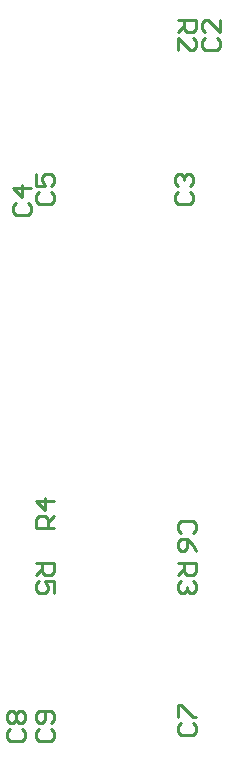
<source format=gbr>
%TF.GenerationSoftware,Altium Limited,Altium Designer,21.5.1 (32)*%
G04 Layer_Color=32896*
%FSLAX45Y45*%
%MOMM*%
%TF.SameCoordinates,51D5493F-A844-4614-94AE-4B196E198A34*%
%TF.FilePolarity,Positive*%
%TF.FileFunction,Other,Top_Designator*%
%TF.Part,Single*%
G01*
G75*
%TA.AperFunction,NonConductor*%
%ADD34C,0.25400*%
D34*
X2749215Y5974608D02*
X2723824Y5949216D01*
Y5898433D01*
X2749215Y5873041D01*
X2850782D01*
X2876174Y5898433D01*
Y5949216D01*
X2850782Y5974608D01*
X2876174Y6101567D02*
X2723824D01*
X2799999Y6025392D01*
Y6126959D01*
X2699216Y1524608D02*
X2673824Y1499216D01*
Y1448433D01*
X2699216Y1423041D01*
X2800783D01*
X2826175Y1448433D01*
Y1499216D01*
X2800783Y1524608D01*
X2699216Y1575392D02*
X2673824Y1600784D01*
Y1651567D01*
X2699216Y1676959D01*
X2724607D01*
X2749999Y1651567D01*
X2775391Y1676959D01*
X2800783D01*
X2826175Y1651567D01*
Y1600784D01*
X2800783Y1575392D01*
X2775391D01*
X2749999Y1600784D01*
X2724607Y1575392D01*
X2699216D01*
X2749999Y1600784D02*
Y1651567D01*
X4250783Y3180392D02*
X4276175Y3205784D01*
Y3256567D01*
X4250783Y3281959D01*
X4149216D01*
X4123824Y3256567D01*
Y3205784D01*
X4149216Y3180392D01*
X4276175Y3028041D02*
X4250783Y3078825D01*
X4200000Y3129608D01*
X4149216D01*
X4123824Y3104216D01*
Y3053433D01*
X4149216Y3028041D01*
X4174608D01*
X4200000Y3053433D01*
Y3129608D01*
X2949216Y1519609D02*
X2923824Y1494217D01*
Y1443433D01*
X2949216Y1418041D01*
X3050783D01*
X3076175Y1443433D01*
Y1494217D01*
X3050783Y1519609D01*
Y1570392D02*
X3076175Y1595784D01*
Y1646567D01*
X3050783Y1671959D01*
X2949216D01*
X2923824Y1646567D01*
Y1595784D01*
X2949216Y1570392D01*
X2974608D01*
X3000000Y1595784D01*
Y1671959D01*
X3076176Y3223041D02*
X2923825D01*
Y3299216D01*
X2949217Y3324608D01*
X3000000D01*
X3025392Y3299216D01*
Y3223041D01*
Y3273825D02*
X3076176Y3324608D01*
Y3451567D02*
X2923825D01*
X3000000Y3375392D01*
Y3476959D01*
X2923824Y2926959D02*
X3076175D01*
Y2850783D01*
X3050783Y2825392D01*
X3000000D01*
X2974608Y2850783D01*
Y2926959D01*
Y2876175D02*
X2923824Y2825392D01*
X3076175Y2673041D02*
Y2774608D01*
X3000000D01*
X3025392Y2723825D01*
Y2698433D01*
X3000000Y2673041D01*
X2949216D01*
X2923824Y2698433D01*
Y2749216D01*
X2949216Y2774608D01*
X4349216Y7369609D02*
X4323824Y7344217D01*
Y7293433D01*
X4349216Y7268041D01*
X4450783D01*
X4476175Y7293433D01*
Y7344217D01*
X4450783Y7369609D01*
X4476175Y7521959D02*
Y7420392D01*
X4374608Y7521959D01*
X4349216D01*
X4323824Y7496567D01*
Y7445784D01*
X4349216Y7420392D01*
X4124216Y6069609D02*
X4098824Y6044217D01*
Y5993433D01*
X4124216Y5968041D01*
X4225783D01*
X4251175Y5993433D01*
Y6044217D01*
X4225783Y6069609D01*
X4124216Y6120392D02*
X4098824Y6145784D01*
Y6196567D01*
X4124216Y6221959D01*
X4149608D01*
X4175000Y6196567D01*
Y6171176D01*
Y6196567D01*
X4200391Y6221959D01*
X4225783D01*
X4251175Y6196567D01*
Y6145784D01*
X4225783Y6120392D01*
X2949216Y6069609D02*
X2923824Y6044217D01*
Y5993433D01*
X2949216Y5968041D01*
X3050783D01*
X3076175Y5993433D01*
Y6044217D01*
X3050783Y6069609D01*
X2923824Y6221959D02*
Y6120392D01*
X3000000D01*
X2974608Y6171176D01*
Y6196567D01*
X3000000Y6221959D01*
X3050783D01*
X3076175Y6196567D01*
Y6145784D01*
X3050783Y6120392D01*
X4149216Y1569609D02*
X4123824Y1544217D01*
Y1493434D01*
X4149216Y1468042D01*
X4250783D01*
X4276175Y1493434D01*
Y1544217D01*
X4250783Y1569609D01*
X4123824Y1620392D02*
Y1721960D01*
X4149216D01*
X4250783Y1620392D01*
X4276175D01*
X4123824Y7526959D02*
X4276175D01*
Y7450783D01*
X4250783Y7425392D01*
X4200000D01*
X4174608Y7450783D01*
Y7526959D01*
Y7476175D02*
X4123824Y7425392D01*
Y7273041D02*
Y7374608D01*
X4225392Y7273041D01*
X4250783D01*
X4276175Y7298433D01*
Y7349216D01*
X4250783Y7374608D01*
X4123824Y2926959D02*
X4276175D01*
Y2850783D01*
X4250783Y2825392D01*
X4200000D01*
X4174608Y2850783D01*
Y2926959D01*
Y2876175D02*
X4123824Y2825392D01*
X4250783Y2774608D02*
X4276175Y2749216D01*
Y2698433D01*
X4250783Y2673041D01*
X4225392D01*
X4200000Y2698433D01*
Y2723825D01*
Y2698433D01*
X4174608Y2673041D01*
X4149216D01*
X4123824Y2698433D01*
Y2749216D01*
X4149216Y2774608D01*
%TF.MD5,d84173b0304e6e5a9fa1f27622dd5fc8*%
M02*

</source>
